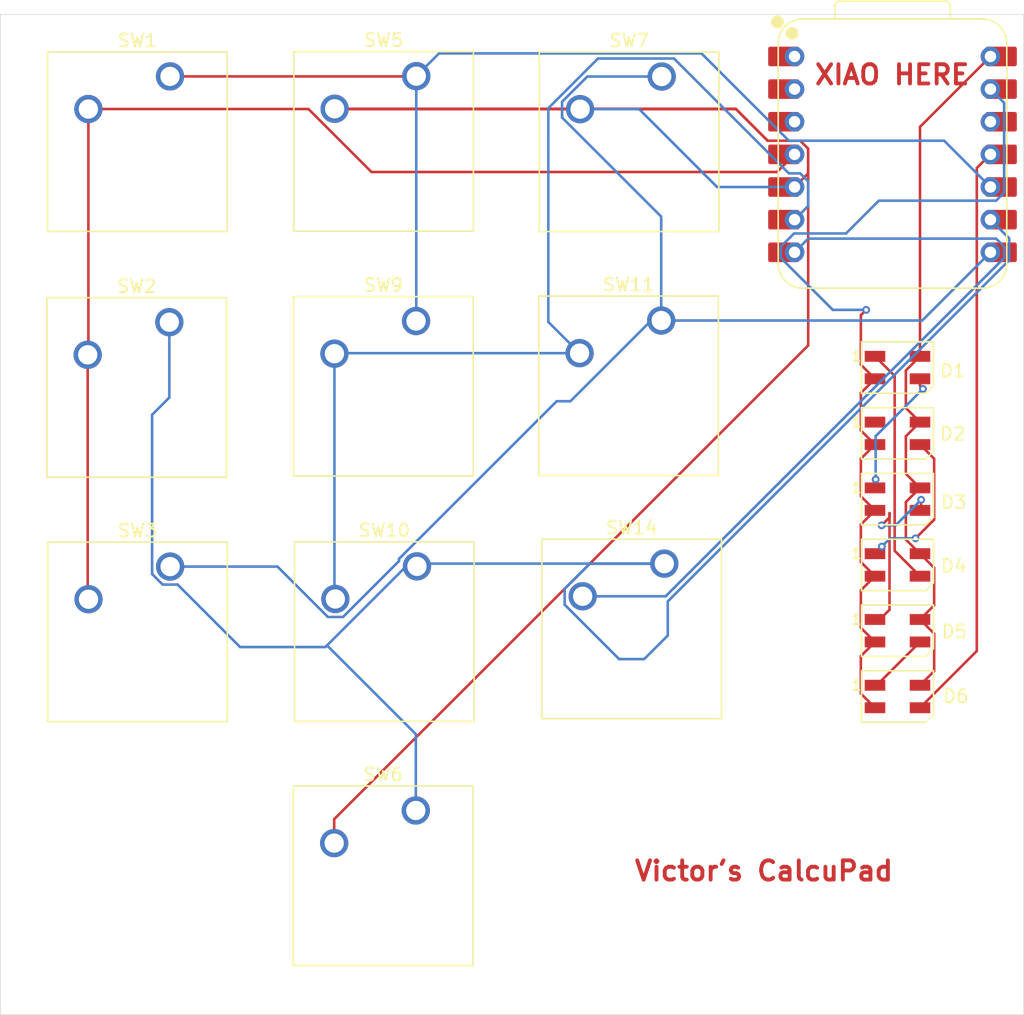
<source format=kicad_pcb>
(kicad_pcb (version 20241229) (generator "pcbnew") (generator_version "9.0")
  (layers (0 "F.Cu" signal) (2 "B.Cu" signal) (13 "F.Paste" user) (15 "B.Paste" user) (5 "F.SilkS" user "F.Silkscreen") (7 "B.SilkS" user "B.Silkscreen") (1 "F.Mask" user) (3 "B.Mask" user) (25 "Edge.Cuts" user))
  (net 0 "")
  (net 1 "+5V")
  (net 2 "GND")
  (net 3 "Net-(D6-DIN)")
  (net 4 "Net-(D1-DIN)")
  (net 5 "Net-(D1-DOUT)")
  (net 7 "Net-(D3-DIN)")
  (net 8 "Net-(D5-DIN)")
  (net 9 "Net-(D2-DIN)")
  (net 10 "Net-(U2-GPIO29{slash}ADC3{slash}A3)")
  (net 11 "Net-(U2-GPIO4{slash}MISO)")
  (net 12 "Net-(U2-GPIO2{slash}SCK)")
  (net 13 "Net-(U2-GPIO1{slash}RX)")
  (net 14 "Net-(U2-GPIO6{slash}SDA)")
  (net 15 "Net-(U2-GPIO7{slash}SCL)")
  (net 16 "Net-(U2-GPIO0{slash}TX)")
  (footprint "LED_SMD:LED_SK6812MINI_PLCC4_3.5x3.5mm_P1.75mm" (layer "F.Cu") (at 166.18 95.45)
    (property "Reference" "D5" (at 4.42 0.07 0) (layer "F.SilkS"))
    (property "Value" "SK6812MINI")
    (fp_line (start -2.8 -2) (end -2.8 2) (stroke (width 0.12)) (layer "F.SilkS"))
    (fp_line (start -2.8 -2) (end 2.8 -2) (stroke (width 0.12)) (layer "F.SilkS"))
    (fp_line (start -2.8 2) (end 2.2 2) (stroke (width 0.12)) (layer "F.SilkS"))
    (fp_line (start 2.8 1.4) (end 2.2 2) (stroke (width 0.12)) (layer "F.SilkS"))
    (fp_line (start 2.8 1.4) (end 2.8 -2) (stroke (width 0.12)) (layer "F.SilkS"))
    (fp_text user "1" (at -3.2 -0.875 0) (layer "F.SilkS") (effects (font (size 0.8 0.8))))
    (pad "1" smd rect (at -1.75 -0.875) (size 1.6 0.85) (layers "F.Cu" "F.Mask" "F.Paste") (net 7 "Net-(D3-DIN)"))
    (pad "2" smd rect (at -1.75 0.875) (size 1.6 0.85) (layers "F.Cu" "F.Mask" "F.Paste") (net 2 "GND"))
    (pad "3" smd rect (at 1.75 0.875) (size 1.6 0.85) (layers "F.Cu" "F.Mask" "F.Paste") (net 8 "Net-(D5-DIN)"))
    (pad "4" smd rect (at 1.75 -0.875) (size 1.6 0.85) (layers "F.Cu" "F.Mask" "F.Paste") (net 1 "+5V"))
  )
  (footprint "Button_Switch_Keyboard:SW_Cherry_MX_1.00u_PCB" (layer "F.Cu") (at 147.84 52.32)
    (property "Reference" "SW7" (at -2.54 -2.794 0) (layer "F.SilkS"))
    (property "Value" "SW_Push")
    (fp_line (start -9.525 -1.905) (end 4.445 -1.905) (stroke (width 0.12)) (layer "F.SilkS"))
    (fp_line (start -9.525 12.065) (end -9.525 -1.905) (stroke (width 0.12)) (layer "F.SilkS"))
    (fp_line (start 4.445 -1.905) (end 4.445 12.065) (stroke (width 0.12)) (layer "F.SilkS"))
    (fp_line (start 4.445 12.065) (end -9.525 12.065) (stroke (width 0.12)) (layer "F.SilkS"))
    (pad "" np_thru_hole circle (at -7.62 5.08) (size 1.7 1.7) (drill 1.7) (layers "*.Cu" "*.Mask"))
    (pad "" np_thru_hole circle (at -2.54 5.08) (size 4 4) (drill 4) (layers "*.Cu" "*.Mask"))
    (pad "" np_thru_hole circle (at 2.54 5.08) (size 1.7 1.7) (drill 1.7) (layers "*.Cu" "*.Mask"))
    (pad "1" thru_hole circle (at 0 0) (size 2.2 2.2) (drill 1.5) (layers "*.Cu" "*.Mask") (net 13 "Net-(U2-GPIO1{slash}RX)"))
    (pad "2" thru_hole circle (at -6.35 2.54) (size 2.2 2.2) (drill 1.5) (layers "*.Cu" "*.Mask") (net 14 "Net-(U2-GPIO6{slash}SDA)"))
  )
  (footprint "LED_SMD:LED_SK6812MINI_PLCC4_3.5x3.5mm_P1.75mm" (layer "F.Cu") (at 166.18 85.21)
    (property "Reference" "D3" (at 4.38 0.25 0) (layer "F.SilkS"))
    (property "Value" "SK6812MINI")
    (fp_line (start -2.8 -2) (end -2.8 2) (stroke (width 0.12)) (layer "F.SilkS"))
    (fp_line (start -2.8 -2) (end 2.8 -2) (stroke (width 0.12)) (layer "F.SilkS"))
    (fp_line (start -2.8 2) (end 2.2 2) (stroke (width 0.12)) (layer "F.SilkS"))
    (fp_line (start 2.8 1.4) (end 2.2 2) (stroke (width 0.12)) (layer "F.SilkS"))
    (fp_line (start 2.8 1.4) (end 2.8 -2) (stroke (width 0.12)) (layer "F.SilkS"))
    (fp_text user "1" (at -3.2 -0.875 0) (layer "F.SilkS") (effects (font (size 0.8 0.8))))
    (pad "1" smd rect (at -1.75 -0.875) (size 1.6 0.85) (layers "F.Cu" "F.Mask" "F.Paste") (net 4 "Net-(D1-DIN)"))
    (pad "2" smd rect (at -1.75 0.875) (size 1.6 0.85) (layers "F.Cu" "F.Mask" "F.Paste") (net 2 "GND"))
    (pad "3" smd rect (at 1.75 0.875) (size 1.6 0.85) (layers "F.Cu" "F.Mask" "F.Paste") (net 7 "Net-(D3-DIN)"))
    (pad "4" smd rect (at 1.75 -0.875) (size 1.6 0.85) (layers "F.Cu" "F.Mask" "F.Paste") (net 1 "+5V"))
  )
  (footprint "Button_Switch_Keyboard:SW_Cherry_MX_1.00u_PCB" (layer "F.Cu") (at 128.71 109.44)
    (property "Reference" "SW6" (at -2.54 -2.794 0) (layer "F.SilkS"))
    (property "Value" "SW_Push")
    (fp_line (start -9.525 -1.905) (end 4.445 -1.905) (stroke (width 0.12)) (layer "F.SilkS"))
    (fp_line (start -9.525 12.065) (end -9.525 -1.905) (stroke (width 0.12)) (layer "F.SilkS"))
    (fp_line (start 4.445 -1.905) (end 4.445 12.065) (stroke (width 0.12)) (layer "F.SilkS"))
    (fp_line (start 4.445 12.065) (end -9.525 12.065) (stroke (width 0.12)) (layer "F.SilkS"))
    (pad "" np_thru_hole circle (at -7.62 5.08) (size 1.7 1.7) (drill 1.7) (layers "*.Cu" "*.Mask"))
    (pad "" np_thru_hole circle (at -2.54 5.08) (size 4 4) (drill 4) (layers "*.Cu" "*.Mask"))
    (pad "" np_thru_hole circle (at 2.54 5.08) (size 1.7 1.7) (drill 1.7) (layers "*.Cu" "*.Mask"))
    (pad "1" thru_hole circle (at 0 0) (size 2.2 2.2) (drill 1.5) (layers "*.Cu" "*.Mask") (net 12 "Net-(U2-GPIO2{slash}SCK)"))
    (pad "2" thru_hole circle (at -6.35 2.54) (size 2.2 2.2) (drill 1.5) (layers "*.Cu" "*.Mask") (net 14 "Net-(U2-GPIO6{slash}SDA)"))
  )
  (footprint "LED_SMD:LED_SK6812MINI_PLCC4_3.5x3.5mm_P1.75mm" (layer "F.Cu") (at 166.18 90.33)
    (property "Reference" "D4" (at 4.38 0.08 0) (layer "F.SilkS"))
    (property "Value" "SK6812MINI")
    (fp_line (start -2.8 -2) (end -2.8 2) (stroke (width 0.12)) (layer "F.SilkS"))
    (fp_line (start -2.8 -2) (end 2.8 -2) (stroke (width 0.12)) (layer "F.SilkS"))
    (fp_line (start -2.8 2) (end 2.2 2) (stroke (width 0.12)) (layer "F.SilkS"))
    (fp_line (start 2.8 1.4) (end 2.2 2) (stroke (width 0.12)) (layer "F.SilkS"))
    (fp_line (start 2.8 1.4) (end 2.8 -2) (stroke (width 0.12)) (layer "F.SilkS"))
    (fp_text user "1" (at -3.2 -0.875 0) (layer "F.SilkS") (effects (font (size 0.8 0.8))))
    (pad "1" smd rect (at -1.75 -0.875) (size 1.6 0.85) (layers "F.Cu" "F.Mask" "F.Paste") (net 9 "Net-(D2-DIN)"))
    (pad "2" smd rect (at -1.75 0.875) (size 1.6 0.85) (layers "F.Cu" "F.Mask" "F.Paste") (net 2 "GND"))
    (pad "3" smd rect (at 1.75 0.875) (size 1.6 0.85) (layers "F.Cu" "F.Mask" "F.Paste") (net 5 "Net-(D1-DOUT)"))
    (pad "4" smd rect (at 1.75 -0.875) (size 1.6 0.85) (layers "F.Cu" "F.Mask" "F.Paste") (net 1 "+5V"))
  )
  (footprint "Button_Switch_Keyboard:SW_Cherry_MX_1.00u_PCB" (layer "F.Cu") (at 147.8 71.31)
    (property "Reference" "SW11" (at -2.54 -2.794 0) (layer "F.SilkS"))
    (property "Value" "SW_Push")
    (fp_line (start -9.525 -1.905) (end 4.445 -1.905) (stroke (width 0.12)) (layer "F.SilkS"))
    (fp_line (start -9.525 12.065) (end -9.525 -1.905) (stroke (width 0.12)) (layer "F.SilkS"))
    (fp_line (start 4.445 -1.905) (end 4.445 12.065) (stroke (width 0.12)) (layer "F.SilkS"))
    (fp_line (start 4.445 12.065) (end -9.525 12.065) (stroke (width 0.12)) (layer "F.SilkS"))
    (pad "" np_thru_hole circle (at -7.62 5.08) (size 1.7 1.7) (drill 1.7) (layers "*.Cu" "*.Mask"))
    (pad "" np_thru_hole circle (at -2.54 5.08) (size 4 4) (drill 4) (layers "*.Cu" "*.Mask"))
    (pad "" np_thru_hole circle (at 2.54 5.08) (size 1.7 1.7) (drill 1.7) (layers "*.Cu" "*.Mask"))
    (pad "1" thru_hole circle (at 0 0) (size 2.2 2.2) (drill 1.5) (layers "*.Cu" "*.Mask") (net 13 "Net-(U2-GPIO1{slash}RX)"))
    (pad "2" thru_hole circle (at -6.35 2.54) (size 2.2 2.2) (drill 1.5) (layers "*.Cu" "*.Mask") (net 15 "Net-(U2-GPIO7{slash}SCL)"))
  )
  (footprint "OLED:XIAO-RP2040-DIP" (layer "F.Cu") (at 165.79 58.3785)
    (property "Reference" "U2" (hide yes))
    (property "Value" "XIAO-RP2040-DIP")
    (fp_line (start -8.89 8.509) (end -8.89 -8.636) (stroke (width 0.127)) (layer "F.SilkS"))
    (fp_line (start -6.985 10.414) (end 6.985 10.414) (stroke (width 0.127)) (layer "F.SilkS"))
    (fp_line (start -4.495 -10.541) (end -4.491272 -11.451272) (stroke (width 0.127)) (layer "F.SilkS"))
    (fp_line (start -3.991272 -11.951) (end 4.004 -11.951) (stroke (width 0.127)) (layer "F.SilkS"))
    (fp_line (start 4.504 -11.451) (end 4.504 -10.541) (stroke (width 0.127)) (layer "F.SilkS"))
    (fp_line (start 6.985 -10.541) (end -6.985 -10.541) (stroke (width 0.1)) (layer "F.SilkS"))
    (fp_line (start 6.985 -10.541) (end -6.985 -10.541) (stroke (width 0.127)) (layer "F.SilkS"))
    (fp_line (start 8.89 8.509) (end 8.89 -8.636) (stroke (width 0.127)) (layer "F.SilkS"))
    (fp_arc (start -8.89 -8.636) (mid -8.332038 -9.983038) (end -6.985 -10.541) (stroke (width 0.127)) (layer "F.SilkS"))
    (fp_arc (start -6.985 10.414) (mid -8.332038 9.856038) (end -8.89 8.509) (stroke (width 0.127)) (layer "F.SilkS"))
    (fp_arc (start -4.491272 -11.451272) (mid -4.344728 -11.80464) (end -3.991272 -11.951) (stroke (width 0.127)) (layer "F.SilkS"))
    (fp_arc (start 4.004 -11.951) (mid 4.357553 -11.804553) (end 4.504 -11.451) (stroke (width 0.127)) (layer "F.SilkS"))
    (fp_arc (start 6.985 -10.541) (mid 8.332038 -9.983038) (end 8.89 -8.636) (stroke (width 0.127)) (layer "F.SilkS"))
    (fp_arc (start 8.89 8.509) (mid 8.332038 9.856038) (end 6.985 10.414) (stroke (width 0.127)) (layer "F.SilkS"))
    (fp_circle (center -8.95 -10.3) (end -8.95 -10.554) (stroke (width 0.5)) (fill yes) (layer "F.SilkS"))
    (fp_circle (center -7.807 -9.42) (end -7.807 -9.674) (stroke (width 0.5)) (fill yes) (layer "F.SilkS"))
    (pad "1" smd roundrect (at -8.455 -7.62 180) (size 2.432 1.524) (layers "F.Cu" "F.Mask") (roundrect_rratio 0.1))
    (pad "1" thru_hole circle (at -7.62 -7.62 180) (size 1.524 1.524) (drill 0.889) (layers "*.Cu" "*.Mask"))
    (pad "2" smd roundrect (at -8.455 -5.08 180) (size 2.432 1.524) (layers "F.Cu" "F.Mask") (roundrect_rratio 0.1))
    (pad "2" thru_hole circle (at -7.62 -5.08 180) (size 1.524 1.524) (drill 0.889) (layers "*.Cu" "*.Mask"))
    (pad "3" smd roundrect (at -8.455 -2.54 180) (size 2.432 1.524) (layers "F.Cu" "F.Mask") (roundrect_rratio 0.1))
    (pad "3" thru_hole circle (at -7.62 -2.54 180) (size 1.524 1.524) (drill 0.889) (layers "*.Cu" "*.Mask"))
    (pad "4" smd roundrect (at -8.455 0 180) (size 2.432 1.524) (layers "F.Cu" "F.Mask") (roundrect_rratio 0.1) (net 10 "Net-(U2-GPIO29{slash}ADC3{slash}A3)"))
    (pad "4" thru_hole circle (at -7.62 0 180) (size 1.524 1.524) (drill 0.889) (layers "*.Cu" "*.Mask") (net 10 "Net-(U2-GPIO29{slash}ADC3{slash}A3)"))
    (pad "5" smd roundrect (at -8.455 2.54 180) (size 2.432 1.524) (layers "F.Cu" "F.Mask") (roundrect_rratio 0.1) (net 14 "Net-(U2-GPIO6{slash}SDA)"))
    (pad "5" thru_hole circle (at -7.62 2.54 180) (size 1.524 1.524) (drill 0.889) (layers "*.Cu" "*.Mask") (net 14 "Net-(U2-GPIO6{slash}SDA)"))
    (pad "6" smd roundrect (at -8.455 5.08 180) (size 2.432 1.524) (layers "F.Cu" "F.Mask") (roundrect_rratio 0.1) (net 15 "Net-(U2-GPIO7{slash}SCL)"))
    (pad "6" thru_hole circle (at -7.62 5.08 180) (size 1.524 1.524) (drill 0.889) (layers "*.Cu" "*.Mask") (net 15 "Net-(U2-GPIO7{slash}SCL)"))
    (pad "7" smd roundrect (at -8.455 7.62 180) (size 2.432 1.524) (layers "F.Cu" "F.Mask") (roundrect_rratio 0.1) (net 16 "Net-(U2-GPIO0{slash}TX)"))
    (pad "7" thru_hole circle (at -7.62 7.62 180) (size 1.524 1.524) (drill 0.889) (layers "*.Cu" "*.Mask") (net 16 "Net-(U2-GPIO0{slash}TX)"))
    (pad "8" thru_hole circle (at 7.62 7.62) (size 1.524 1.524) (drill 0.889) (layers "*.Cu" "*.Mask") (net 13 "Net-(U2-GPIO1{slash}RX)"))
    (pad "8" smd roundrect (at 8.455 7.62) (size 2.432 1.524) (layers "F.Cu" "F.Mask") (roundrect_rratio 0.1) (net 13 "Net-(U2-GPIO1{slash}RX)"))
    (pad "9" thru_hole circle (at 7.62 5.08) (size 1.524 1.524) (drill 0.889) (layers "*.Cu" "*.Mask") (net 12 "Net-(U2-GPIO2{slash}SCK)"))
    (pad "9" smd roundrect (at 8.455 5.08) (size 2.432 1.524) (layers "F.Cu" "F.Mask") (roundrect_rratio 0.1) (net 12 "Net-(U2-GPIO2{slash}SCK)"))
    (pad "10" thru_hole circle (at 7.62 2.54) (size 1.524 1.524) (drill 0.889) (layers "*.Cu" "*.Mask") (net 11 "Net-(U2-GPIO4{slash}MISO)"))
    (pad "10" smd roundrect (at 8.455 2.54) (size 2.432 1.524) (layers "F.Cu" "F.Mask") (roundrect_rratio 0.1) (net 11 "Net-(U2-GPIO4{slash}MISO)"))
    (pad "11" thru_hole circle (at 7.62 0) (size 1.524 1.524) (drill 0.889) (layers "*.Cu" "*.Mask") (net 3 "Net-(D6-DIN)"))
    (pad "11" smd roundrect (at 8.455 0) (size 2.432 1.524) (layers "F.Cu" "F.Mask") (roundrect_rratio 0.1) (net 3 "Net-(D6-DIN)"))
    (pad "12" thru_hole circle (at 7.62 -2.54) (size 1.524 1.524) (drill 0.889) (layers "*.Cu" "*.Mask"))
    (pad "12" smd roundrect (at 8.455 -2.54) (size 2.432 1.524) (layers "F.Cu" "F.Mask") (roundrect_rratio 0.1))
    (pad "13" thru_hole circle (at 7.62 -5.08) (size 1.524 1.524) (drill 0.889) (layers "*.Cu" "*.Mask") (net 2 "GND"))
    (pad "13" smd roundrect (at 8.455 -5.08) (size 2.432 1.524) (layers "F.Cu" "F.Mask") (roundrect_rratio 0.1) (net 2 "GND"))
    (pad "14" thru_hole circle (at 7.62 -7.62) (size 1.524 1.524) (drill 0.889) (layers "*.Cu" "*.Mask") (net 1 "+5V"))
    (pad "14" smd roundrect (at 8.455 -7.62) (size 2.432 1.524) (layers "F.Cu" "F.Mask") (roundrect_rratio 0.1) (net 1 "+5V"))
  )
  (footprint "Button_Switch_Keyboard:SW_Cherry_MX_1.00u_PCB" (layer "F.Cu") (at 128.8 90.44)
    (property "Reference" "SW10" (at -2.54 -2.794 0) (layer "F.SilkS"))
    (property "Value" "SW_Push")
    (fp_line (start -9.525 -1.905) (end 4.445 -1.905) (stroke (width 0.12)) (layer "F.SilkS"))
    (fp_line (start -9.525 12.065) (end -9.525 -1.905) (stroke (width 0.12)) (layer "F.SilkS"))
    (fp_line (start 4.445 -1.905) (end 4.445 12.065) (stroke (width 0.12)) (layer "F.SilkS"))
    (fp_line (start 4.445 12.065) (end -9.525 12.065) (stroke (width 0.12)) (layer "F.SilkS"))
    (pad "" np_thru_hole circle (at -7.62 5.08) (size 1.7 1.7) (drill 1.7) (layers "*.Cu" "*.Mask"))
    (pad "" np_thru_hole circle (at -2.54 5.08) (size 4 4) (drill 4) (layers "*.Cu" "*.Mask"))
    (pad "" np_thru_hole circle (at 2.54 5.08) (size 1.7 1.7) (drill 1.7) (layers "*.Cu" "*.Mask"))
    (pad "1" thru_hole circle (at 0 0) (size 2.2 2.2) (drill 1.5) (layers "*.Cu" "*.Mask") (net 12 "Net-(U2-GPIO2{slash}SCK)"))
    (pad "2" thru_hole circle (at -6.35 2.54) (size 2.2 2.2) (drill 1.5) (layers "*.Cu" "*.Mask") (net 15 "Net-(U2-GPIO7{slash}SCL)"))
  )
  (footprint "Button_Switch_Keyboard:SW_Cherry_MX_1.00u_PCB" (layer "F.Cu") (at 109.5375 71.4375)
    (property "Reference" "SW2" (at -2.54 -2.794 0) (layer "F.SilkS"))
    (property "Value" "SW_Push")
    (fp_line (start -9.525 -1.905) (end 4.445 -1.905) (stroke (width 0.12)) (layer "F.SilkS"))
    (fp_line (start -9.525 12.065) (end -9.525 -1.905) (stroke (width 0.12)) (layer "F.SilkS"))
    (fp_line (start 4.445 -1.905) (end 4.445 12.065) (stroke (width 0.12)) (layer "F.SilkS"))
    (fp_line (start 4.445 12.065) (end -9.525 12.065) (stroke (width 0.12)) (layer "F.SilkS"))
    (pad "" np_thru_hole circle (at -7.62 5.08) (size 1.7 1.7) (drill 1.7) (layers "*.Cu" "*.Mask"))
    (pad "" np_thru_hole circle (at -2.54 5.08) (size 4 4) (drill 4) (layers "*.Cu" "*.Mask"))
    (pad "" np_thru_hole circle (at 2.54 5.08) (size 1.7 1.7) (drill 1.7) (layers "*.Cu" "*.Mask"))
    (pad "1" thru_hole circle (at 0 0) (size 2.2 2.2) (drill 1.5) (layers "*.Cu" "*.Mask") (net 12 "Net-(U2-GPIO2{slash}SCK)"))
    (pad "2" thru_hole circle (at -6.35 2.54) (size 2.2 2.2) (drill 1.5) (layers "*.Cu" "*.Mask") (net 10 "Net-(U2-GPIO29{slash}ADC3{slash}A3)"))
  )
  (footprint "Button_Switch_Keyboard:SW_Cherry_MX_1.00u_PCB" (layer "F.Cu") (at 148.04 90.23)
    (property "Reference" "SW14" (at -2.54 -2.794 0) (layer "F.SilkS"))
    (property "Value" "SW_Push")
    (fp_line (start -9.525 -1.905) (end 4.445 -1.905) (stroke (width 0.12)) (layer "F.SilkS"))
    (fp_line (start -9.525 12.065) (end -9.525 -1.905) (stroke (width 0.12)) (layer "F.SilkS"))
    (fp_line (start 4.445 -1.905) (end 4.445 12.065) (stroke (width 0.12)) (layer "F.SilkS"))
    (fp_line (start 4.445 12.065) (end -9.525 12.065) (stroke (width 0.12)) (layer "F.SilkS"))
    (pad "" np_thru_hole circle (at -7.62 5.08) (size 1.7 1.7) (drill 1.7) (layers "*.Cu" "*.Mask"))
    (pad "" np_thru_hole circle (at -2.54 5.08) (size 4 4) (drill 4) (layers "*.Cu" "*.Mask"))
    (pad "" np_thru_hole circle (at 2.54 5.08) (size 1.7 1.7) (drill 1.7) (layers "*.Cu" "*.Mask"))
    (pad "1" thru_hole circle (at 0 0) (size 2.2 2.2) (drill 1.5) (layers "*.Cu" "*.Mask") (net 12 "Net-(U2-GPIO2{slash}SCK)"))
    (pad "2" thru_hole circle (at -6.35 2.54) (size 2.2 2.2) (drill 1.5) (layers "*.Cu" "*.Mask") (net 16 "Net-(U2-GPIO0{slash}TX)"))
  )
  (footprint "Button_Switch_Keyboard:SW_Cherry_MX_1.00u_PCB" (layer "F.Cu") (at 128.73 71.35)
    (property "Reference" "SW9" (at -2.54 -2.794 0) (layer "F.SilkS"))
    (property "Value" "SW_Push")
    (fp_line (start -9.525 -1.905) (end 4.445 -1.905) (stroke (width 0.12)) (layer "F.SilkS"))
    (fp_line (start -9.525 12.065) (end -9.525 -1.905) (stroke (width 0.12)) (layer "F.SilkS"))
    (fp_line (start 4.445 -1.905) (end 4.445 12.065) (stroke (width 0.12)) (layer "F.SilkS"))
    (fp_line (start 4.445 12.065) (end -9.525 12.065) (stroke (width 0.12)) (layer "F.SilkS"))
    (pad "" np_thru_hole circle (at -7.62 5.08) (size 1.7 1.7) (drill 1.7) (layers "*.Cu" "*.Mask"))
    (pad "" np_thru_hole circle (at -2.54 5.08) (size 4 4) (drill 4) (layers "*.Cu" "*.Mask"))
    (pad "" np_thru_hole circle (at 2.54 5.08) (size 1.7 1.7) (drill 1.7) (layers "*.Cu" "*.Mask"))
    (pad "1" thru_hole circle (at 0 0) (size 2.2 2.2) (drill 1.5) (layers "*.Cu" "*.Mask") (net 11 "Net-(U2-GPIO4{slash}MISO)"))
    (pad "2" thru_hole circle (at -6.35 2.54) (size 2.2 2.2) (drill 1.5) (layers "*.Cu" "*.Mask") (net 15 "Net-(U2-GPIO7{slash}SCL)"))
  )
  (footprint "Button_Switch_Keyboard:SW_Cherry_MX_1.00u_PCB" (layer "F.Cu") (at 109.59 52.31)
    (property "Reference" "SW1" (at -2.54 -2.794 0) (layer "F.SilkS"))
    (property "Value" "SW_Push")
    (fp_line (start -9.525 -1.905) (end 4.445 -1.905) (stroke (width 0.12)) (layer "F.SilkS"))
    (fp_line (start -9.525 12.065) (end -9.525 -1.905) (stroke (width 0.12)) (layer "F.SilkS"))
    (fp_line (start 4.445 -1.905) (end 4.445 12.065) (stroke (width 0.12)) (layer "F.SilkS"))
    (fp_line (start 4.445 12.065) (end -9.525 12.065) (stroke (width 0.12)) (layer "F.SilkS"))
    (pad "" np_thru_hole circle (at -7.62 5.08) (size 1.7 1.7) (drill 1.7) (layers "*.Cu" "*.Mask"))
    (pad "" np_thru_hole circle (at -2.54 5.08) (size 4 4) (drill 4) (layers "*.Cu" "*.Mask"))
    (pad "" np_thru_hole circle (at 2.54 5.08) (size 1.7 1.7) (drill 1.7) (layers "*.Cu" "*.Mask"))
    (pad "1" thru_hole circle (at 0 0) (size 2.2 2.2) (drill 1.5) (layers "*.Cu" "*.Mask") (net 11 "Net-(U2-GPIO4{slash}MISO)"))
    (pad "2" thru_hole circle (at -6.35 2.54) (size 2.2 2.2) (drill 1.5) (layers "*.Cu" "*.Mask") (net 10 "Net-(U2-GPIO29{slash}ADC3{slash}A3)"))
  )
  (footprint "Button_Switch_Keyboard:SW_Cherry_MX_1.00u_PCB" (layer "F.Cu") (at 128.74625 52.29)
    (property "Reference" "SW5" (at -2.54 -2.794 0) (layer "F.SilkS"))
    (property "Value" "SW_Push")
    (fp_line (start -9.525 -1.905) (end 4.445 -1.905) (stroke (width 0.12)) (layer "F.SilkS"))
    (fp_line (start -9.525 12.065) (end -9.525 -1.905) (stroke (width 0.12)) (layer "F.SilkS"))
    (fp_line (start 4.445 -1.905) (end 4.445 12.065) (stroke (width 0.12)) (layer "F.SilkS"))
    (fp_line (start 4.445 12.065) (end -9.525 12.065) (stroke (width 0.12)) (layer "F.SilkS"))
    (pad "" np_thru_hole circle (at -7.62 5.08) (size 1.7 1.7) (drill 1.7) (layers "*.Cu" "*.Mask"))
    (pad "" np_thru_hole circle (at -2.54 5.08) (size 4 4) (drill 4) (layers "*.Cu" "*.Mask"))
    (pad "" np_thru_hole circle (at 2.54 5.08) (size 1.7 1.7) (drill 1.7) (layers "*.Cu" "*.Mask"))
    (pad "1" thru_hole circle (at 0 0) (size 2.2 2.2) (drill 1.5) (layers "*.Cu" "*.Mask") (net 11 "Net-(U2-GPIO4{slash}MISO)"))
    (pad "2" thru_hole circle (at -6.35 2.54) (size 2.2 2.2) (drill 1.5) (layers "*.Cu" "*.Mask") (net 14 "Net-(U2-GPIO6{slash}SDA)"))
  )
  (footprint "Button_Switch_Keyboard:SW_Cherry_MX_1.00u_PCB" (layer "F.Cu") (at 109.6 90.46)
    (property "Reference" "SW3" (at -2.54 -2.794 0) (layer "F.SilkS"))
    (property "Value" "SW_Push")
    (fp_line (start -9.525 -1.905) (end 4.445 -1.905) (stroke (width 0.12)) (layer "F.SilkS"))
    (fp_line (start -9.525 12.065) (end -9.525 -1.905) (stroke (width 0.12)) (layer "F.SilkS"))
    (fp_line (start 4.445 -1.905) (end 4.445 12.065) (stroke (width 0.12)) (layer "F.SilkS"))
    (fp_line (start 4.445 12.065) (end -9.525 12.065) (stroke (width 0.12)) (layer "F.SilkS"))
    (pad "" np_thru_hole circle (at -7.62 5.08) (size 1.7 1.7) (drill 1.7) (layers "*.Cu" "*.Mask"))
    (pad "" np_thru_hole circle (at -2.54 5.08) (size 4 4) (drill 4) (layers "*.Cu" "*.Mask"))
    (pad "" np_thru_hole circle (at 2.54 5.08) (size 1.7 1.7) (drill 1.7) (layers "*.Cu" "*.Mask"))
    (pad "1" thru_hole circle (at 0 0) (size 2.2 2.2) (drill 1.5) (layers "*.Cu" "*.Mask") (net 13 "Net-(U2-GPIO1{slash}RX)"))
    (pad "2" thru_hole circle (at -6.35 2.54) (size 2.2 2.2) (drill 1.5) (layers "*.Cu" "*.Mask") (net 10 "Net-(U2-GPIO29{slash}ADC3{slash}A3)"))
  )
  (footprint "LED_SMD:LED_SK6812MINI_PLCC4_3.5x3.5mm_P1.75mm" (layer "F.Cu") (at 166.18 100.57)
    (property "Reference" "D6" (at 4.54 -0.02 0) (layer "F.SilkS"))
    (property "Value" "SK6812MINI")
    (fp_line (start -2.8 -2) (end -2.8 2) (stroke (width 0.12)) (layer "F.SilkS"))
    (fp_line (start -2.8 -2) (end 2.8 -2) (stroke (width 0.12)) (layer "F.SilkS"))
    (fp_line (start -2.8 2) (end 2.2 2) (stroke (width 0.12)) (layer "F.SilkS"))
    (fp_line (start 2.8 1.4) (end 2.2 2) (stroke (width 0.12)) (layer "F.SilkS"))
    (fp_line (start 2.8 1.4) (end 2.8 -2) (stroke (width 0.12)) (layer "F.SilkS"))
    (fp_text user "1" (at -3.2 -0.875 0) (layer "F.SilkS") (effects (font (size 0.8 0.8))))
    (pad "1" smd rect (at -1.75 -0.875) (size 1.6 0.85) (layers "F.Cu" "F.Mask" "F.Paste") (net 8 "Net-(D5-DIN)"))
    (pad "2" smd rect (at -1.75 0.875) (size 1.6 0.85) (layers "F.Cu" "F.Mask" "F.Paste") (net 2 "GND"))
    (pad "3" smd rect (at 1.75 0.875) (size 1.6 0.85) (layers "F.Cu" "F.Mask" "F.Paste") (net 3 "Net-(D6-DIN)"))
    (pad "4" smd rect (at 1.75 -0.875) (size 1.6 0.85) (layers "F.Cu" "F.Mask" "F.Paste") (net 1 "+5V"))
  )
  (footprint "LED_SMD:LED_SK6812MINI_PLCC4_3.5x3.5mm_P1.75mm" (layer "F.Cu") (at 166.18 74.97)
    (property "Reference" "D1" (at 4.3 0.25 0) (layer "F.SilkS"))
    (property "Value" "SK6812MINI")
    (fp_line (start -2.8 -2) (end -2.8 2) (stroke (width 0.12)) (layer "F.SilkS"))
    (fp_line (start -2.8 -2) (end 2.8 -2) (stroke (width 0.12)) (layer "F.SilkS"))
    (fp_line (start -2.8 2) (end 2.2 2) (stroke (width 0.12)) (layer "F.SilkS"))
    (fp_line (start 2.8 1.4) (end 2.2 2) (stroke (width 0.12)) (layer "F.SilkS"))
    (fp_line (start 2.8 1.4) (end 2.8 -2) (stroke (width 0.12)) (layer "F.SilkS"))
    (fp_text user "1" (at -3.2 -0.875 0) (layer "F.SilkS") (effects (font (size 0.8 0.8))))
    (pad "1" smd rect (at -1.75 -0.875) (size 1.6 0.85) (layers "F.Cu" "F.Mask" "F.Paste") (net 5 "Net-(D1-DOUT)"))
    (pad "2" smd rect (at -1.75 0.875) (size 1.6 0.85) (layers "F.Cu" "F.Mask" "F.Paste") (net 2 "GND"))
    (pad "3" smd rect (at 1.75 0.875) (size 1.6 0.85) (layers "F.Cu" "F.Mask" "F.Paste") (net 4 "Net-(D1-DIN)"))
    (pad "4" smd rect (at 1.75 -0.875) (size 1.6 0.85) (layers "F.Cu" "F.Mask" "F.Paste") (net 1 "+5V"))
  )
  (footprint "LED_SMD:LED_SK6812MINI_PLCC4_3.5x3.5mm_P1.75mm" (layer "F.Cu") (at 166.18 80.09)
    (property "Reference" "D2" (at 4.29 0.03 0) (layer "F.SilkS"))
    (property "Value" "SK6812MINI")
    (fp_line (start -2.8 -2) (end -2.8 2) (stroke (width 0.12)) (layer "F.SilkS"))
    (fp_line (start -2.8 -2) (end 2.8 -2) (stroke (width 0.12)) (layer "F.SilkS"))
    (fp_line (start -2.8 2) (end 2.2 2) (stroke (width 0.12)) (layer "F.SilkS"))
    (fp_line (start 2.8 1.4) (end 2.2 2) (stroke (width 0.12)) (layer "F.SilkS"))
    (fp_line (start 2.8 1.4) (end 2.8 -2) (stroke (width 0.12)) (layer "F.SilkS"))
    (fp_text user "1" (at -3.2 -0.875 0) (layer "F.SilkS") (effects (font (size 0.8 0.8))))
    (pad "1" smd rect (at -1.75 -0.875) (size 1.6 0.85) (layers "F.Cu" "F.Mask" "F.Paste"))
    (pad "2" smd rect (at -1.75 0.875) (size 1.6 0.85) (layers "F.Cu" "F.Mask" "F.Paste") (net 2 "GND"))
    (pad "3" smd rect (at 1.75 0.875) (size 1.6 0.85) (layers "F.Cu" "F.Mask" "F.Paste") (net 9 "Net-(D2-DIN)"))
    (pad "4" smd rect (at 1.75 -0.875) (size 1.6 0.85) (layers "F.Cu" "F.Mask" "F.Paste") (net 1 "+5V"))
  )
  (gr_rect (start 96.39 47.49) (end 176 125.345) (stroke (width 0.05)) (fill no) (layer "Edge.Cuts"))
  (gr_text "XIAO HERE\n" (at 159.6 53.06 0) (layer "F.Cu") (effects (font (size 1.5 1.5) (thickness 0.3) (bold yes)) (justify left bottom)))
  (gr_text "Victor's CalcuPad" (at 145.59 115.02 0) (layer "F.Cu") (effects (font (size 1.5 1.5) (thickness 0.3) (bold yes)) (justify left bottom)))
  (segment (start 169.031 90.556) (end 169.031 93.474) (width 0.2) (layer "F.Cu") (net 1))
  (segment (start 166.829 78.114) (end 167.93 79.215) (width 0.2) (layer "F.Cu") (net 1))
  (segment (start 169.031 93.474) (end 167.93 94.575) (width 0.2) (layer "F.Cu") (net 1))
  (segment (start 166.829 75.196) (end 166.829 78.114) (width 0.2) (layer "F.Cu") (net 1))
  (segment (start 166.829 83.234) (end 167.93 84.335) (width 0.2) (layer "F.Cu") (net 1))
  (segment (start 169.031 95.676) (end 169.031 98.594) (width 0.2) (layer "F.Cu") (net 1))
  (segment (start 169.031 98.594) (end 167.93 99.695) (width 0.2) (layer "F.Cu") (net 1))
  (segment (start 167.93 94.575) (end 169.031 95.676) (width 0.2) (layer "F.Cu") (net 1))
  (segment (start 167.93 79.215) (end 166.829 80.316) (width 0.2) (layer "F.Cu") (net 1))
  (segment (start 166.829 85.436) (end 166.829 88.354) (width 0.2) (layer "F.Cu") (net 1))
  (segment (start 167.93 74.095) (end 166.829 75.196) (width 0.2) (layer "F.Cu") (net 1))
  (segment (start 167.93 56.2385) (end 173.41 50.7585) (width 0.2) (layer "F.Cu") (net 1))
  (segment (start 167.93 89.455) (end 169.031 90.556) (width 0.2) (layer "F.Cu") (net 1))
  (segment (start 167.93 74.095) (end 167.93 56.2385) (width 0.2) (layer "F.Cu") (net 1))
  (segment (start 166.829 80.316) (end 166.829 83.234) (width 0.2) (layer "F.Cu") (net 1))
  (segment (start 167.93 84.335) (end 166.829 85.436) (width 0.2) (layer "F.Cu") (net 1))
  (segment (start 167.93 94.575) (end 167.875 94.575) (width 0.2) (layer "F.Cu") (net 1))
  (segment (start 166.829 88.354) (end 167.93 89.455) (width 0.2) (layer "F.Cu") (net 1))
  (segment (start 167.875 94.575) (end 167.76 94.69) (width 0.2) (layer "F.Cu") (net 1))
  (segment (start 163.329 79.864) (end 164.43 80.965) (width 0.2) (layer "F.Cu") (net 2))
  (segment (start 163.329 90.104) (end 164.43 91.205) (width 0.2) (layer "F.Cu") (net 2))
  (segment (start 164.43 75.845) (end 163.329 76.946) (width 0.2) (layer "F.Cu") (net 2))
  (segment (start 164.43 96.325) (end 163.329 97.426) (width 0.2) (layer "F.Cu") (net 2))
  (segment (start 163.329 70.891) (end 163.329 74.744) (width 0.2) (layer "F.Cu") (net 2))
  (segment (start 164.43 91.205) (end 163.329 92.306) (width 0.2) (layer "F.Cu") (net 2))
  (segment (start 163.329 97.426) (end 163.329 100.344) (width 0.2) (layer "F.Cu") (net 2))
  (segment (start 164.43 86.085) (end 163.329 87.186) (width 0.2) (layer "F.Cu") (net 2))
  (segment (start 163.329 74.744) (end 164.32414 75.73914) (width 0.2) (layer "F.Cu") (net 2))
  (segment (start 163.329 82.066) (end 163.329 84.984) (width 0.2) (layer "F.Cu") (net 2))
  (segment (start 164.43 80.965) (end 163.329 82.066) (width 0.2) (layer "F.Cu") (net 2))
  (segment (start 163.329 84.984) (end 164.43 86.085) (width 0.2) (layer "F.Cu") (net 2))
  (segment (start 163.329 92.306) (end 163.329 95.224) (width 0.2) (layer "F.Cu") (net 2))
  (segment (start 163.329 76.946) (end 163.329 79.864) (width 0.2) (layer "F.Cu") (net 2))
  (segment (start 163.329 100.344) (end 164.43 101.445) (width 0.2) (layer "F.Cu") (net 2))
  (segment (start 163.329 87.186) (end 163.329 90.104) (width 0.2) (layer "F.Cu") (net 2))
  (segment (start 163.74 70.48) (end 163.329 70.891) (width 0.2) (layer "F.Cu") (net 2))
  (segment (start 163.329 95.224) (end 164.43 96.325) (width 0.2) (layer "F.Cu") (net 2))
  (via (at 163.74 70.48) (size 0.6) (drill 0.3) (layers "F.Cu" "B.Cu") (net 2))
  (segment (start 157.107 66.43881) (end 161.14819 70.48) (width 0.2) (layer "B.Cu") (net 2))
  (segment (start 174.473 61.35881) (end 173.85031 61.9815) (width 0.2) (layer "B.Cu") (net 2))
  (segment (start 174.473 54.3615) (end 174.473 61.35881) (width 0.2) (layer "B.Cu") (net 2))
  (segment (start 158.13069 64.5345) (end 157.107 65.55819) (width 0.2) (layer "B.Cu") (net 2))
  (segment (start 173.85031 61.9815) (end 164.727 61.9815) (width 0.2) (layer "B.Cu") (net 2))
  (segment (start 162.174 64.5345) (end 158.13069 64.5345) (width 0.2) (layer "B.Cu") (net 2))
  (segment (start 173.41 53.2985) (end 174.473 54.3615) (width 0.2) (layer "B.Cu") (net 2))
  (segment (start 157.107 65.55819) (end 157.107 66.43881) (width 0.2) (layer "B.Cu") (net 2))
  (segment (start 161.14819 70.48) (end 163.74 70.48) (width 0.2) (layer "B.Cu") (net 2))
  (segment (start 164.727 61.9815) (end 162.174 64.5345) (width 0.2) (layer "B.Cu") (net 2))
  (segment (start 172.347 97.028) (end 172.347 59.4415) (width 0.2) (layer "F.Cu") (net 3))
  (segment (start 167.93 101.445) (end 172.347 97.028) (width 0.2) (layer "F.Cu") (net 3))
  (segment (start 172.347 59.4415) (end 173.41 58.3785) (width 0.2) (layer "F.Cu") (net 3))
  (segment (start 164.48 84.285) (end 164.43 84.335) (width 0.2) (layer "F.Cu") (net 4))
  (segment (start 167.93 76.4) (end 168.16 76.63) (width 0.2) (layer "F.Cu") (net 4))
  (segment (start 167.93 75.845) (end 167.93 76.4) (width 0.2) (layer "F.Cu") (net 4))
  (segment (start 164.48 83.68) (end 164.48 84.285) (width 0.2) (layer "F.Cu") (net 4))
  (via (at 168.16 76.63) (size 0.6) (drill 0.3) (layers "F.Cu" "B.Cu") (net 4))
  (via (at 164.48 83.68) (size 0.6) (drill 0.3) (layers "F.Cu" "B.Cu") (net 4))
  (segment (start 168.16 76.63) (end 164.48 80.31) (width 0.2) (layer "B.Cu") (net 4))
  (segment (start 164.48 80.31) (end 164.48 83.68) (width 0.2) (layer "B.Cu") (net 4))
  (segment (start 165.96 89.235) (end 167.93 91.205) (width 0.2) (layer "F.Cu") (net 5))
  (segment (start 164.43 74.095) (end 165.96 75.625) (width 0.2) (layer "F.Cu") (net 5))
  (segment (start 165.96 75.625) (end 165.96 89.235) (width 0.2) (layer "F.Cu") (net 5))
  (segment (start 168.02 85.995) (end 167.93 86.085) (width 0.2) (layer "F.Cu") (net 7))
  (segment (start 165.559 93.821) (end 165.559 86.29) (width 0.2) (layer "F.Cu") (net 7))
  (segment (start 164.43 94.575) (end 164.805 94.575) (width 0.2) (layer "F.Cu") (net 7))
  (segment (start 165.559 86.29) (end 165.559 86.631) (width 0.2) (layer "F.Cu") (net 7))
  (segment (start 165.559 86.631) (end 164.94 87.25) (width 0.2) (layer "F.Cu") (net 7))
  (segment (start 164.805 94.575) (end 165.559 93.821) (width 0.2) (layer "F.Cu") (net 7))
  (segment (start 168.02 85.260002) (end 168.02 85.995) (width 0.2) (layer "F.Cu") (net 7))
  (via (at 168.02 85.260002) (size 0.6) (drill 0.3) (layers "F.Cu" "B.Cu") (net 7))
  (via (at 164.94 87.25) (size 0.6) (drill 0.3) (layers "F.Cu" "B.Cu") (net 7))
  (segment (start 166.030002 87.25) (end 168.02 85.260002) (width 0.2) (layer "B.Cu") (net 7))
  (segment (start 164.94 87.25) (end 166.030002 87.25) (width 0.2) (layer "B.Cu") (net 7))
  (segment (start 164.56 99.695) (end 167.93 96.325) (width 0.2) (layer "F.Cu") (net 8))
  (segment (start 164.43 99.695) (end 164.56 99.695) (width 0.2) (layer "F.Cu") (net 8))
  (segment (start 164.959 88.926) (end 164.43 89.455) (width 0.2) (layer "F.Cu") (net 9))
  (segment (start 169.031 82.066) (end 169.031 86.811) (width 0.2) (layer "F.Cu") (net 9))
  (segment (start 164.959 88.9) (end 164.959 88.926) (width 0.2) (layer "F.Cu") (net 9))
  (segment (start 167.93 80.965) (end 169.031 82.066) (width 0.2) (layer "F.Cu") (net 9))
  (segment (start 169.031 86.811) (end 167.582765 88.259235) (width 0.2) (layer "F.Cu") (net 9))
  (via (at 167.582765 88.259235) (size 0.6) (drill 0.3) (layers "F.Cu" "B.Cu") (net 9))
  (via (at 164.959 88.9) (size 0.6) (drill 0.3) (layers "F.Cu" "B.Cu") (net 9))
  (segment (start 167.582765 88.259235) (end 165.599765 88.259235) (width 0.2) (layer "B.Cu") (net 9))
  (segment (start 165.599765 88.259235) (end 164.959 88.9) (width 0.2) (layer "B.Cu") (net 9))
  (segment (start 103.24 54.85) (end 103.24 73.925) (width 0.2) (layer "F.Cu") (net 10))
  (segment (start 103.1875 73.9775) (end 103.1875 92.9375) (width 0.2) (layer "F.Cu") (net 10))
  (segment (start 103.24 54.85) (end 120.361434 54.85) (width 0.2) (layer "F.Cu") (net 10))
  (segment (start 120.361434 54.85) (end 125.262434 59.751) (width 0.2) (layer "F.Cu") (net 10))
  (segment (start 125.262434 59.751) (end 156.7975 59.751) (width 0.2) (layer "F.Cu") (net 10))
  (segment (start 156.7975 59.751) (end 158.17 58.3785) (width 0.2) (layer "F.Cu") (net 10))
  (segment (start 103.24 73.925) (end 103.1875 73.9775) (width 0.2) (layer "F.Cu") (net 10))
  (segment (start 103.1875 92.9375) (end 103.25 93) (width 0.2) (layer "F.Cu") (net 10))
  (segment (start 109.59 52.31) (end 128.72625 52.31) (width 0.2) (layer "F.Cu") (net 11))
  (segment (start 128.72625 52.31) (end 128.74625 52.29) (width 0.2) (layer "F.Cu") (net 11))
  (segment (start 128.74625 52.29) (end 130.51825 50.518) (width 0.2) (layer "B.Cu") (net 11))
  (segment (start 157.72969 57.3155) (end 169.807 57.3155) (width 0.2) (layer "B.Cu") (net 11))
  (segment (start 169.807 57.3155) (end 173.41 60.9185) (width 0.2) (layer "B.Cu") (net 11))
  (segment (start 128.74625 71.33375) (end 128.73 71.35) (width 0.2) (layer "B.Cu") (net 11))
  (segment (start 128.74625 52.29) (end 128.74625 71.33375) (width 0.2) (layer "B.Cu") (net 11))
  (segment (start 130.51825 50.518) (end 150.93219 50.518) (width 0.2) (layer "B.Cu") (net 11))
  (segment (start 150.93219 50.518) (end 157.72969 57.3155) (width 0.2) (layer "B.Cu") (net 11))
  (segment (start 142.248686 90.23) (end 140.289 92.189686) (width 0.2) (layer "B.Cu") (net 12))
  (segment (start 148.30791 93.17209) (end 174.874 66.606) (width 0.2) (layer "B.Cu") (net 12))
  (segment (start 146.473816 97.661) (end 148.30791 95.826906) (width 0.2) (layer "B.Cu") (net 12))
  (segment (start 110.180314 91.861) (end 109.019686 91.861) (width 0.2) (layer "B.Cu") (net 12))
  (segment (start 140.289 93.423816) (end 144.526184 97.661) (width 0.2) (layer "B.Cu") (net 12))
  (segment (start 144.526184 97.661) (end 146.473816 97.661) (width 0.2) (layer "B.Cu") (net 12))
  (segment (start 148.04 90.23) (end 142.248686 90.23) (width 0.2) (layer "B.Cu") (net 12))
  (segment (start 109.5375 77.302316) (end 109.5375 71.4375) (width 0.2) (layer "B.Cu") (net 12))
  (segment (start 128.71 109.44) (end 128.71 103.5) (width 0.2) (layer "B.Cu") (net 12))
  (segment (start 109.019686 91.861) (end 108.199 91.040314) (width 0.2) (layer "B.Cu") (net 12))
  (segment (start 128.16847 90.23) (end 121.804235 96.594235) (width 0.2) (layer "B.Cu") (net 12))
  (segment (start 121.67747 96.721) (end 115.040314 96.721) (width 0.2) (layer "B.Cu") (net 12))
  (segment (start 108.199 78.640816) (end 109.5375 77.302316) (width 0.2) (layer "B.Cu") (net 12))
  (segment (start 108.199 91.040314) (end 108.199 78.640816) (width 0.2) (layer "B.Cu") (net 12))
  (segment (start 148.04 90.23) (end 128.16847 90.23) (width 0.2) (layer "B.Cu") (net 12))
  (segment (start 121.804235 96.594235) (end 121.67747 96.721) (width 0.2) (layer "B.Cu") (net 12))
  (segment (start 174.874 66.606) (end 174.874 64.9225) (width 0.2) (layer "B.Cu") (net 12))
  (segment (start 140.289 92.189686) (end 140.289 93.423816) (width 0.2) (layer "B.Cu") (net 12))
  (segment (start 128.71 103.5) (end 121.804235 96.594235) (width 0.2) (layer "B.Cu") (net 12))
  (segment (start 174.874 64.9225) (end 173.41 63.4585) (width 0.2) (layer "B.Cu") (net 12))
  (segment (start 115.040314 96.721) (end 110.180314 91.861) (width 0.2) (layer "B.Cu") (net 12))
  (segment (start 148.30791 95.826906) (end 148.30791 93.17209) (width 0.2) (layer "B.Cu") (net 12))
  (segment (start 127.399 89.859686) (end 139.667686 77.591) (width 0.2) (layer "B.Cu") (net 13))
  (segment (start 147.84 52.32) (end 142.048686 52.32) (width 0.2) (layer "B.Cu") (net 13))
  (segment (start 127.399 90.031) (end 127.399 89.859686) (width 0.2) (layer "B.Cu") (net 13))
  (segment (start 140.089 54.279686) (end 140.089 55.513816) (width 0.2) (layer "B.Cu") (net 13))
  (segment (start 140.734184 77.591) (end 147.015184 71.31) (width 0.2) (layer "B.Cu") (net 13))
  (segment (start 142.048686 52.32) (end 140.089 54.279686) (width 0.2) (layer "B.Cu") (net 13))
  (segment (start 168.0985 71.31) (end 173.41 65.9985) (width 0.2) (layer "B.Cu") (net 13))
  (segment (start 147.015184 71.31) (end 147.8 71.31) (width 0.2) (layer "B.Cu") (net 13))
  (segment (start 109.6 90.46) (end 117.948686 90.46) (width 0.2) (layer "B.Cu") (net 13))
  (segment (start 147.8 63.224816) (end 147.8 71.31) (width 0.2) (layer "B.Cu") (net 13))
  (segment (start 139.667686 77.591) (end 140.734184 77.591) (width 0.2) (layer "B.Cu") (net 13))
  (segment (start 117.948686 90.46) (end 121.869686 94.381) (width 0.2) (layer "B.Cu") (net 13))
  (segment (start 121.869686 94.381) (end 123.049 94.381) (width 0.2) (layer "B.Cu") (net 13))
  (segment (start 140.089 55.513816) (end 147.8 63.224816) (width 0.2) (layer "B.Cu") (net 13))
  (segment (start 147.8 71.31) (end 168.0985 71.31) (width 0.2) (layer "B.Cu") (net 13))
  (segment (start 123.049 94.381) (end 127.399 90.031) (width 0.2) (layer "B.Cu") (net 13))
  (segment (start 153.593874 54.83) (end 156.079374 57.3155) (width 0.2) (layer "F.Cu") (net 14))
  (segment (start 159.233 59.8555) (end 158.17 60.9185) (width 0.2) (layer "F.Cu") (net 14))
  (segment (start 141.49 54.86) (end 153.623874 54.86) (width 0.2) (layer "F.Cu") (net 14))
  (segment (start 158.61031 57.3155) (end 159.233 57.93819) (width 0.2) (layer "F.Cu") (net 14))
  (segment (start 159.233 57.93819) (end 159.233 73.245686) (width 0.2) (layer "F.Cu") (net 14))
  (segment (start 122.71 54.86) (end 141.49 54.86) (width 0.2) (layer "F.Cu") (net 14))
  (segment (start 122.39625 54.83) (end 153.593874 54.83) (width 0.2) (layer "F.Cu") (net 14))
  (segment (start 156.079374 57.3155) (end 158.61031 57.3155) (width 0.2) (layer "F.Cu") (net 14))
  (segment (start 159.233 73.245686) (end 122.36 110.118686) (width 0.2) (layer "F.Cu") (net 14))
  (segment (start 122.36 110.118686) (end 122.36 111.98) (width 0.2) (layer "F.Cu") (net 14))
  (segment (start 122.68 54.83) (end 122.71 54.86) (width 0.2) (layer "F.Cu") (net 14))
  (segment (start 159.233 57.93819) (end 159.233 59.8555) (width 0.2) (layer "F.Cu") (net 14))
  (segment (start 153.623874 54.86) (end 156.079374 57.3155) (width 0.2) (layer "F.Cu") (net 14))
  (segment (start 122.39625 54.83) (end 122.68 54.83) (width 0.2) (layer "F.Cu") (net 14))
  (segment (start 146.084816 54.86) (end 152.143316 60.9185) (width 0.2) (layer "B.Cu") (net 14))
  (segment (start 141.49 54.86) (end 146.084816 54.86) (width 0.2) (layer "B.Cu") (net 14))
  (segment (start 152.143316 60.9185) (end 158.17 60.9185) (width 0.2) (layer "B.Cu") (net 14))
  (segment (start 139.019 54.782586) (end 142.882586 50.919) (width 0.2) (layer "B.Cu") (net 15))
  (segment (start 159.233 62.3955) (end 158.17 63.4585) (width 0.2) (layer "B.Cu") (net 15))
  (segment (start 122.38 92.91) (end 122.45 92.98) (width 0.2) (layer "B.Cu") (net 15))
  (segment (start 141.45 73.85) (end 139.019 71.419) (width 0.2) (layer "B.Cu") (net 15))
  (segment (start 142.882586 50.919) (end 148.79319 50.919) (width 0.2) (layer "B.Cu") (net 15))
  (segment (start 158.61031 59.8555) (end 159.233 60.47819) (width 0.2) (layer "B.Cu") (net 15))
  (segment (start 157.72969 59.8555) (end 158.61031 59.8555) (width 0.2) (layer "B.Cu") (net 15))
  (segment (start 148.79319 50.919) (end 157.72969 59.8555) (width 0.2) (layer "B.Cu") (net 15))
  (segment (start 122.38 73.89) (end 122.38 92.91) (width 0.2) (layer "B.Cu") (net 15))
  (segment (start 141.45 73.85) (end 122.42 73.85) (width 0.2) (layer "B.Cu") (net 15))
  (segment (start 159.233 60.47819) (end 159.233 62.3955) (width 0.2) (layer "B.Cu") (net 15))
  (segment (start 139.019 71.419) (end 139.019 54.782586) (width 0.2) (layer "B.Cu") (net 15))
  (segment (start 122.42 73.85) (end 122.38 73.89) (width 0.2) (layer "B.Cu") (net 15))
  (segment (start 148.14181 92.77) (end 174.473 66.43881) (width 0.2) (layer "B.Cu") (net 16))
  (segment (start 174.473 65.55819) (end 173.85031 64.9355) (width 0.2) (layer "B.Cu") (net 16))
  (segment (start 159.233 64.9355) (end 158.17 65.9985) (width 0.2) (layer "B.Cu") (net 16))
  (segment (start 141.69 92.77) (end 148.14181 92.77) (width 0.2) (layer "B.Cu") (net 16))
  (segment (start 174.473 66.43881) (end 174.473 65.55819) (width 0.2) (layer "B.Cu") (net 16))
  (segment (start 173.85031 64.9355) (end 159.233 64.9355) (width 0.2) (layer "B.Cu") (net 16))
)
</source>
